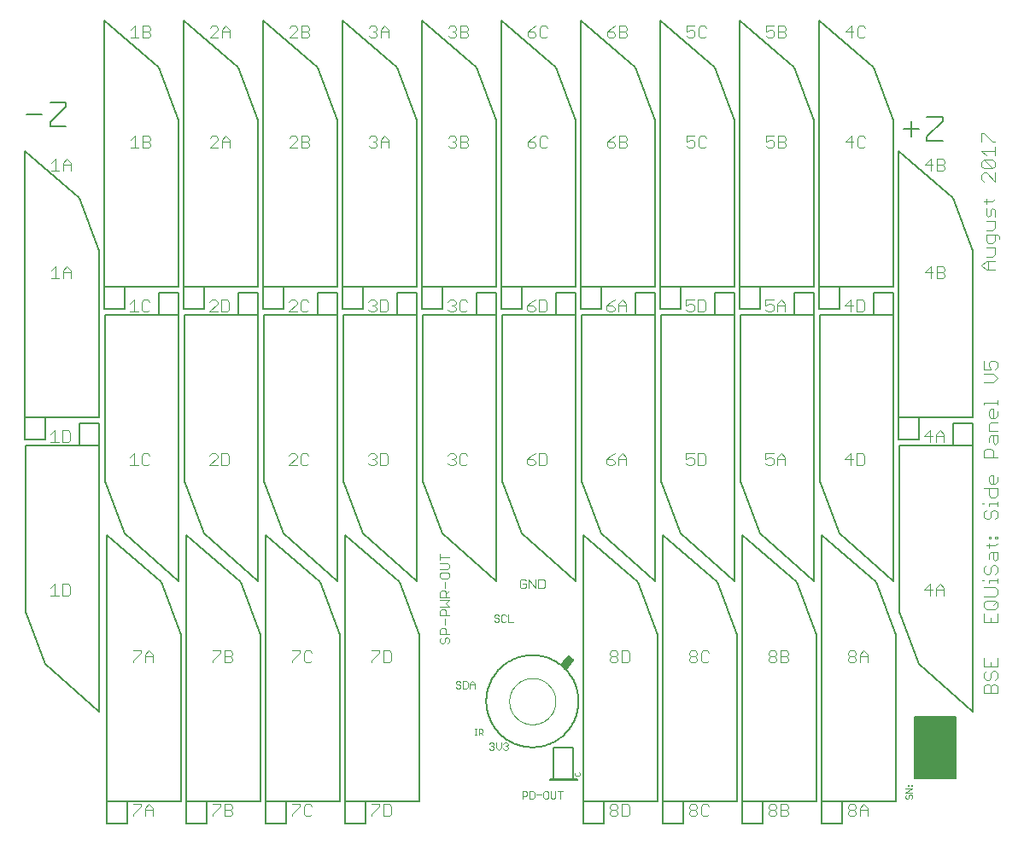
<source format=gto>
G75*
%MOIN*%
%OFA0B0*%
%FSLAX25Y25*%
%IPPOS*%
%LPD*%
%AMOC8*
5,1,8,0,0,1.08239X$1,22.5*
%
%ADD10C,0.00400*%
%ADD11C,0.00600*%
%ADD12C,0.00800*%
%ADD13C,0.00200*%
%ADD14C,0.00500*%
%ADD15C,0.00197*%
%ADD16C,0.00000*%
%ADD17C,0.00300*%
D10*
X0080047Y0052000D02*
X0080047Y0052767D01*
X0083117Y0055837D01*
X0083117Y0056604D01*
X0080047Y0056604D01*
X0084651Y0055069D02*
X0086186Y0056604D01*
X0087720Y0055069D01*
X0087720Y0052000D01*
X0087720Y0054302D02*
X0084651Y0054302D01*
X0084651Y0055069D02*
X0084651Y0052000D01*
X0111047Y0052000D02*
X0111047Y0052767D01*
X0114117Y0055837D01*
X0114117Y0056604D01*
X0111047Y0056604D01*
X0115651Y0056604D02*
X0117953Y0056604D01*
X0118720Y0055837D01*
X0118720Y0055069D01*
X0117953Y0054302D01*
X0115651Y0054302D01*
X0115651Y0052000D02*
X0115651Y0056604D01*
X0117953Y0054302D02*
X0118720Y0053535D01*
X0118720Y0052767D01*
X0117953Y0052000D01*
X0115651Y0052000D01*
X0142047Y0052000D02*
X0142047Y0052767D01*
X0145117Y0055837D01*
X0145117Y0056604D01*
X0142047Y0056604D01*
X0146651Y0055837D02*
X0146651Y0052767D01*
X0147418Y0052000D01*
X0148953Y0052000D01*
X0149720Y0052767D01*
X0149720Y0055837D02*
X0148953Y0056604D01*
X0147418Y0056604D01*
X0146651Y0055837D01*
X0173047Y0056604D02*
X0176117Y0056604D01*
X0176117Y0055837D01*
X0173047Y0052767D01*
X0173047Y0052000D01*
X0177651Y0052000D02*
X0177651Y0056604D01*
X0179953Y0056604D01*
X0180720Y0055837D01*
X0180720Y0052767D01*
X0179953Y0052000D01*
X0177651Y0052000D01*
X0177651Y0112000D02*
X0179953Y0112000D01*
X0180720Y0112767D01*
X0180720Y0115837D01*
X0179953Y0116604D01*
X0177651Y0116604D01*
X0177651Y0112000D01*
X0176117Y0115837D02*
X0173047Y0112767D01*
X0173047Y0112000D01*
X0173047Y0116604D02*
X0176117Y0116604D01*
X0176117Y0115837D01*
X0149720Y0115837D02*
X0148953Y0116604D01*
X0147418Y0116604D01*
X0146651Y0115837D01*
X0146651Y0112767D01*
X0147418Y0112000D01*
X0148953Y0112000D01*
X0149720Y0112767D01*
X0145117Y0115837D02*
X0142047Y0112767D01*
X0142047Y0112000D01*
X0142047Y0116604D02*
X0145117Y0116604D01*
X0145117Y0115837D01*
X0118720Y0115837D02*
X0118720Y0115069D01*
X0117953Y0114302D01*
X0115651Y0114302D01*
X0114117Y0115837D02*
X0111047Y0112767D01*
X0111047Y0112000D01*
X0111047Y0116604D02*
X0114117Y0116604D01*
X0114117Y0115837D01*
X0115651Y0116604D02*
X0117953Y0116604D01*
X0118720Y0115837D01*
X0117953Y0114302D02*
X0118720Y0113535D01*
X0118720Y0112767D01*
X0117953Y0112000D01*
X0115651Y0112000D01*
X0115651Y0116604D01*
X0087720Y0115069D02*
X0087720Y0112000D01*
X0087720Y0114302D02*
X0084651Y0114302D01*
X0084651Y0115069D02*
X0086186Y0116604D01*
X0087720Y0115069D01*
X0084651Y0115069D02*
X0084651Y0112000D01*
X0083117Y0115837D02*
X0080047Y0112767D01*
X0080047Y0112000D01*
X0080047Y0116604D02*
X0083117Y0116604D01*
X0083117Y0115837D01*
X0055513Y0138767D02*
X0055513Y0141837D01*
X0054745Y0142604D01*
X0052443Y0142604D01*
X0052443Y0138000D01*
X0054745Y0138000D01*
X0055513Y0138767D01*
X0050909Y0138000D02*
X0047839Y0138000D01*
X0049374Y0138000D02*
X0049374Y0142604D01*
X0047839Y0141069D01*
X0078839Y0189000D02*
X0081909Y0189000D01*
X0080374Y0189000D02*
X0080374Y0193604D01*
X0078839Y0192069D01*
X0083443Y0192837D02*
X0083443Y0189767D01*
X0084211Y0189000D01*
X0085745Y0189000D01*
X0086513Y0189767D01*
X0086513Y0192837D02*
X0085745Y0193604D01*
X0084211Y0193604D01*
X0083443Y0192837D01*
X0109839Y0192837D02*
X0110607Y0193604D01*
X0112141Y0193604D01*
X0112909Y0192837D01*
X0112909Y0192069D01*
X0109839Y0189000D01*
X0112909Y0189000D01*
X0114443Y0189000D02*
X0116745Y0189000D01*
X0117513Y0189767D01*
X0117513Y0192837D01*
X0116745Y0193604D01*
X0114443Y0193604D01*
X0114443Y0189000D01*
X0140839Y0189000D02*
X0143909Y0192069D01*
X0143909Y0192837D01*
X0143141Y0193604D01*
X0141607Y0193604D01*
X0140839Y0192837D01*
X0140839Y0189000D02*
X0143909Y0189000D01*
X0145443Y0189767D02*
X0145443Y0192837D01*
X0146211Y0193604D01*
X0147745Y0193604D01*
X0148513Y0192837D01*
X0148513Y0189767D02*
X0147745Y0189000D01*
X0146211Y0189000D01*
X0145443Y0189767D01*
X0171839Y0189767D02*
X0172607Y0189000D01*
X0174141Y0189000D01*
X0174909Y0189767D01*
X0174909Y0190535D01*
X0174141Y0191302D01*
X0173374Y0191302D01*
X0174141Y0191302D02*
X0174909Y0192069D01*
X0174909Y0192837D01*
X0174141Y0193604D01*
X0172607Y0193604D01*
X0171839Y0192837D01*
X0176443Y0193604D02*
X0178745Y0193604D01*
X0179513Y0192837D01*
X0179513Y0189767D01*
X0178745Y0189000D01*
X0176443Y0189000D01*
X0176443Y0193604D01*
X0202839Y0192837D02*
X0203607Y0193604D01*
X0205141Y0193604D01*
X0205909Y0192837D01*
X0205909Y0192069D01*
X0205141Y0191302D01*
X0205909Y0190535D01*
X0205909Y0189767D01*
X0205141Y0189000D01*
X0203607Y0189000D01*
X0202839Y0189767D01*
X0204374Y0191302D02*
X0205141Y0191302D01*
X0207443Y0192837D02*
X0207443Y0189767D01*
X0208211Y0189000D01*
X0209745Y0189000D01*
X0210513Y0189767D01*
X0210513Y0192837D02*
X0209745Y0193604D01*
X0208211Y0193604D01*
X0207443Y0192837D01*
X0233839Y0191302D02*
X0236141Y0191302D01*
X0236909Y0190535D01*
X0236909Y0189767D01*
X0236141Y0189000D01*
X0234607Y0189000D01*
X0233839Y0189767D01*
X0233839Y0191302D01*
X0235374Y0192837D01*
X0236909Y0193604D01*
X0238443Y0193604D02*
X0238443Y0189000D01*
X0240745Y0189000D01*
X0241513Y0189767D01*
X0241513Y0192837D01*
X0240745Y0193604D01*
X0238443Y0193604D01*
X0264839Y0191302D02*
X0267141Y0191302D01*
X0267909Y0190535D01*
X0267909Y0189767D01*
X0267141Y0189000D01*
X0265607Y0189000D01*
X0264839Y0189767D01*
X0264839Y0191302D01*
X0266374Y0192837D01*
X0267909Y0193604D01*
X0269443Y0192069D02*
X0270978Y0193604D01*
X0272513Y0192069D01*
X0272513Y0189000D01*
X0272513Y0191302D02*
X0269443Y0191302D01*
X0269443Y0192069D02*
X0269443Y0189000D01*
X0295839Y0189767D02*
X0296607Y0189000D01*
X0298141Y0189000D01*
X0298909Y0189767D01*
X0298909Y0191302D01*
X0298141Y0192069D01*
X0297374Y0192069D01*
X0295839Y0191302D01*
X0295839Y0193604D01*
X0298909Y0193604D01*
X0300443Y0193604D02*
X0300443Y0189000D01*
X0302745Y0189000D01*
X0303513Y0189767D01*
X0303513Y0192837D01*
X0302745Y0193604D01*
X0300443Y0193604D01*
X0326839Y0193604D02*
X0326839Y0191302D01*
X0328374Y0192069D01*
X0329141Y0192069D01*
X0329909Y0191302D01*
X0329909Y0189767D01*
X0329141Y0189000D01*
X0327607Y0189000D01*
X0326839Y0189767D01*
X0326839Y0193604D02*
X0329909Y0193604D01*
X0331443Y0192069D02*
X0332978Y0193604D01*
X0334513Y0192069D01*
X0334513Y0189000D01*
X0334513Y0191302D02*
X0331443Y0191302D01*
X0331443Y0192069D02*
X0331443Y0189000D01*
X0357839Y0191302D02*
X0360909Y0191302D01*
X0360141Y0189000D02*
X0360141Y0193604D01*
X0357839Y0191302D01*
X0362443Y0193604D02*
X0364745Y0193604D01*
X0365513Y0192837D01*
X0365513Y0189767D01*
X0364745Y0189000D01*
X0362443Y0189000D01*
X0362443Y0193604D01*
X0388839Y0200302D02*
X0391909Y0200302D01*
X0393443Y0200302D02*
X0396513Y0200302D01*
X0396513Y0201069D02*
X0396513Y0198000D01*
X0396513Y0201069D02*
X0394978Y0202604D01*
X0393443Y0201069D01*
X0393443Y0198000D01*
X0391141Y0198000D02*
X0391141Y0202604D01*
X0388839Y0200302D01*
X0412199Y0194667D02*
X0412199Y0192065D01*
X0417403Y0192065D01*
X0415668Y0192065D02*
X0415668Y0194667D01*
X0414801Y0195535D01*
X0413066Y0195535D01*
X0412199Y0194667D01*
X0413934Y0198089D02*
X0413934Y0199824D01*
X0414801Y0200691D01*
X0417403Y0200691D01*
X0417403Y0198089D01*
X0416536Y0197222D01*
X0415668Y0198089D01*
X0415668Y0200691D01*
X0413934Y0202378D02*
X0413934Y0204980D01*
X0414801Y0205848D01*
X0417403Y0205848D01*
X0416536Y0207534D02*
X0414801Y0207534D01*
X0413934Y0208402D01*
X0413934Y0210137D01*
X0414801Y0211004D01*
X0415668Y0211004D01*
X0415668Y0207534D01*
X0416536Y0207534D02*
X0417403Y0208402D01*
X0417403Y0210137D01*
X0417403Y0212691D02*
X0417403Y0214426D01*
X0417403Y0213558D02*
X0412199Y0213558D01*
X0412199Y0212691D01*
X0412199Y0221285D02*
X0415668Y0221285D01*
X0417403Y0223020D01*
X0415668Y0224754D01*
X0412199Y0224754D01*
X0412199Y0226441D02*
X0414801Y0226441D01*
X0413934Y0228176D01*
X0413934Y0229043D01*
X0414801Y0229911D01*
X0416536Y0229911D01*
X0417403Y0229043D01*
X0417403Y0227309D01*
X0416536Y0226441D01*
X0412199Y0226441D02*
X0412199Y0229911D01*
X0413934Y0202378D02*
X0417403Y0202378D01*
X0415668Y0185222D02*
X0414801Y0185222D01*
X0413934Y0184355D01*
X0413934Y0182620D01*
X0414801Y0181752D01*
X0416536Y0181752D01*
X0417403Y0182620D01*
X0417403Y0184355D01*
X0415668Y0185222D02*
X0415668Y0181752D01*
X0413934Y0180066D02*
X0413934Y0177463D01*
X0414801Y0176596D01*
X0416536Y0176596D01*
X0417403Y0177463D01*
X0417403Y0180066D01*
X0412199Y0180066D01*
X0412199Y0174026D02*
X0411331Y0174026D01*
X0413934Y0174026D02*
X0417403Y0174026D01*
X0417403Y0174893D02*
X0417403Y0173158D01*
X0416536Y0171472D02*
X0417403Y0170604D01*
X0417403Y0168869D01*
X0416536Y0168002D01*
X0414801Y0168869D02*
X0414801Y0170604D01*
X0415668Y0171472D01*
X0416536Y0171472D01*
X0413934Y0173158D02*
X0413934Y0174026D01*
X0413066Y0171472D02*
X0412199Y0170604D01*
X0412199Y0168869D01*
X0413066Y0168002D01*
X0413934Y0168002D01*
X0414801Y0168869D01*
X0414801Y0161135D02*
X0414801Y0160267D01*
X0413934Y0160267D01*
X0413934Y0161135D01*
X0414801Y0161135D01*
X0416536Y0161135D02*
X0417403Y0161135D01*
X0417403Y0160267D01*
X0416536Y0160267D01*
X0416536Y0161135D01*
X0417403Y0158565D02*
X0416536Y0157697D01*
X0413066Y0157697D01*
X0413934Y0156830D02*
X0413934Y0158565D01*
X0414801Y0155143D02*
X0417403Y0155143D01*
X0417403Y0152541D01*
X0416536Y0151673D01*
X0415668Y0152541D01*
X0415668Y0155143D01*
X0414801Y0155143D02*
X0413934Y0154276D01*
X0413934Y0152541D01*
X0413066Y0149987D02*
X0412199Y0149119D01*
X0412199Y0147384D01*
X0413066Y0146517D01*
X0413934Y0146517D01*
X0414801Y0147384D01*
X0414801Y0149119D01*
X0415668Y0149987D01*
X0416536Y0149987D01*
X0417403Y0149119D01*
X0417403Y0147384D01*
X0416536Y0146517D01*
X0417403Y0144814D02*
X0417403Y0143079D01*
X0417403Y0143947D02*
X0413934Y0143947D01*
X0413934Y0143079D01*
X0412199Y0143947D02*
X0411331Y0143947D01*
X0412199Y0141393D02*
X0416536Y0141393D01*
X0417403Y0140525D01*
X0417403Y0138790D01*
X0416536Y0137923D01*
X0412199Y0137923D01*
X0413066Y0136236D02*
X0416536Y0136236D01*
X0417403Y0135369D01*
X0417403Y0133634D01*
X0416536Y0132767D01*
X0413066Y0132767D01*
X0412199Y0133634D01*
X0412199Y0135369D01*
X0413066Y0136236D01*
X0415668Y0134501D02*
X0417403Y0136236D01*
X0417403Y0131080D02*
X0417403Y0127610D01*
X0412199Y0127610D01*
X0412199Y0131080D01*
X0414801Y0129345D02*
X0414801Y0127610D01*
X0412222Y0113877D02*
X0412222Y0110407D01*
X0417427Y0110407D01*
X0417427Y0113877D01*
X0414825Y0112142D02*
X0414825Y0110407D01*
X0415692Y0108721D02*
X0414825Y0107853D01*
X0414825Y0106118D01*
X0413957Y0105251D01*
X0413090Y0105251D01*
X0412222Y0106118D01*
X0412222Y0107853D01*
X0413090Y0108721D01*
X0415692Y0108721D02*
X0416559Y0108721D01*
X0417427Y0107853D01*
X0417427Y0106118D01*
X0416559Y0105251D01*
X0416559Y0103564D02*
X0417427Y0102697D01*
X0417427Y0100094D01*
X0412222Y0100094D01*
X0412222Y0102697D01*
X0413090Y0103564D01*
X0413957Y0103564D01*
X0414825Y0102697D01*
X0414825Y0100094D01*
X0414825Y0102697D02*
X0415692Y0103564D01*
X0416559Y0103564D01*
X0396513Y0138000D02*
X0396513Y0141069D01*
X0394978Y0142604D01*
X0393443Y0141069D01*
X0393443Y0138000D01*
X0391141Y0138000D02*
X0391141Y0142604D01*
X0388839Y0140302D01*
X0391909Y0140302D01*
X0393443Y0140302D02*
X0396513Y0140302D01*
X0366720Y0115069D02*
X0366720Y0112000D01*
X0366720Y0114302D02*
X0363651Y0114302D01*
X0363651Y0115069D02*
X0365186Y0116604D01*
X0366720Y0115069D01*
X0363651Y0115069D02*
X0363651Y0112000D01*
X0362117Y0112767D02*
X0361349Y0112000D01*
X0359815Y0112000D01*
X0359047Y0112767D01*
X0359047Y0113535D01*
X0359815Y0114302D01*
X0361349Y0114302D01*
X0362117Y0113535D01*
X0362117Y0112767D01*
X0361349Y0114302D02*
X0362117Y0115069D01*
X0362117Y0115837D01*
X0361349Y0116604D01*
X0359815Y0116604D01*
X0359047Y0115837D01*
X0359047Y0115069D01*
X0359815Y0114302D01*
X0335720Y0113535D02*
X0335720Y0112767D01*
X0334953Y0112000D01*
X0332651Y0112000D01*
X0332651Y0116604D01*
X0334953Y0116604D01*
X0335720Y0115837D01*
X0335720Y0115069D01*
X0334953Y0114302D01*
X0332651Y0114302D01*
X0331117Y0115069D02*
X0330349Y0114302D01*
X0328815Y0114302D01*
X0328047Y0115069D01*
X0328047Y0115837D01*
X0328815Y0116604D01*
X0330349Y0116604D01*
X0331117Y0115837D01*
X0331117Y0115069D01*
X0330349Y0114302D02*
X0331117Y0113535D01*
X0331117Y0112767D01*
X0330349Y0112000D01*
X0328815Y0112000D01*
X0328047Y0112767D01*
X0328047Y0113535D01*
X0328815Y0114302D01*
X0334953Y0114302D02*
X0335720Y0113535D01*
X0304720Y0112767D02*
X0303953Y0112000D01*
X0302418Y0112000D01*
X0301651Y0112767D01*
X0301651Y0115837D01*
X0302418Y0116604D01*
X0303953Y0116604D01*
X0304720Y0115837D01*
X0300117Y0115837D02*
X0300117Y0115069D01*
X0299349Y0114302D01*
X0297815Y0114302D01*
X0297047Y0115069D01*
X0297047Y0115837D01*
X0297815Y0116604D01*
X0299349Y0116604D01*
X0300117Y0115837D01*
X0299349Y0114302D02*
X0300117Y0113535D01*
X0300117Y0112767D01*
X0299349Y0112000D01*
X0297815Y0112000D01*
X0297047Y0112767D01*
X0297047Y0113535D01*
X0297815Y0114302D01*
X0273720Y0112767D02*
X0272953Y0112000D01*
X0270651Y0112000D01*
X0270651Y0116604D01*
X0272953Y0116604D01*
X0273720Y0115837D01*
X0273720Y0112767D01*
X0269117Y0112767D02*
X0268349Y0112000D01*
X0266815Y0112000D01*
X0266047Y0112767D01*
X0266047Y0113535D01*
X0266815Y0114302D01*
X0268349Y0114302D01*
X0269117Y0113535D01*
X0269117Y0112767D01*
X0268349Y0114302D02*
X0269117Y0115069D01*
X0269117Y0115837D01*
X0268349Y0116604D01*
X0266815Y0116604D01*
X0266047Y0115837D01*
X0266047Y0115069D01*
X0266815Y0114302D01*
X0266815Y0056604D02*
X0268349Y0056604D01*
X0269117Y0055837D01*
X0269117Y0055069D01*
X0268349Y0054302D01*
X0266815Y0054302D01*
X0266047Y0055069D01*
X0266047Y0055837D01*
X0266815Y0056604D01*
X0266815Y0054302D02*
X0266047Y0053535D01*
X0266047Y0052767D01*
X0266815Y0052000D01*
X0268349Y0052000D01*
X0269117Y0052767D01*
X0269117Y0053535D01*
X0268349Y0054302D01*
X0270651Y0056604D02*
X0270651Y0052000D01*
X0272953Y0052000D01*
X0273720Y0052767D01*
X0273720Y0055837D01*
X0272953Y0056604D01*
X0270651Y0056604D01*
X0297047Y0055837D02*
X0297047Y0055069D01*
X0297815Y0054302D01*
X0299349Y0054302D01*
X0300117Y0053535D01*
X0300117Y0052767D01*
X0299349Y0052000D01*
X0297815Y0052000D01*
X0297047Y0052767D01*
X0297047Y0053535D01*
X0297815Y0054302D01*
X0299349Y0054302D02*
X0300117Y0055069D01*
X0300117Y0055837D01*
X0299349Y0056604D01*
X0297815Y0056604D01*
X0297047Y0055837D01*
X0301651Y0055837D02*
X0302418Y0056604D01*
X0303953Y0056604D01*
X0304720Y0055837D01*
X0301651Y0055837D02*
X0301651Y0052767D01*
X0302418Y0052000D01*
X0303953Y0052000D01*
X0304720Y0052767D01*
X0328047Y0052767D02*
X0328047Y0053535D01*
X0328815Y0054302D01*
X0330349Y0054302D01*
X0331117Y0053535D01*
X0331117Y0052767D01*
X0330349Y0052000D01*
X0328815Y0052000D01*
X0328047Y0052767D01*
X0328815Y0054302D02*
X0328047Y0055069D01*
X0328047Y0055837D01*
X0328815Y0056604D01*
X0330349Y0056604D01*
X0331117Y0055837D01*
X0331117Y0055069D01*
X0330349Y0054302D01*
X0332651Y0054302D02*
X0334953Y0054302D01*
X0335720Y0053535D01*
X0335720Y0052767D01*
X0334953Y0052000D01*
X0332651Y0052000D01*
X0332651Y0056604D01*
X0334953Y0056604D01*
X0335720Y0055837D01*
X0335720Y0055069D01*
X0334953Y0054302D01*
X0359047Y0055069D02*
X0359047Y0055837D01*
X0359815Y0056604D01*
X0361349Y0056604D01*
X0362117Y0055837D01*
X0362117Y0055069D01*
X0361349Y0054302D01*
X0359815Y0054302D01*
X0359047Y0055069D01*
X0359815Y0054302D02*
X0359047Y0053535D01*
X0359047Y0052767D01*
X0359815Y0052000D01*
X0361349Y0052000D01*
X0362117Y0052767D01*
X0362117Y0053535D01*
X0361349Y0054302D01*
X0363651Y0054302D02*
X0366720Y0054302D01*
X0366720Y0055069D02*
X0366720Y0052000D01*
X0363651Y0052000D02*
X0363651Y0055069D01*
X0365186Y0056604D01*
X0366720Y0055069D01*
X0364745Y0249000D02*
X0365513Y0249767D01*
X0365513Y0252837D01*
X0364745Y0253604D01*
X0362443Y0253604D01*
X0362443Y0249000D01*
X0364745Y0249000D01*
X0360909Y0251302D02*
X0357839Y0251302D01*
X0360141Y0253604D01*
X0360141Y0249000D01*
X0334513Y0249000D02*
X0334513Y0252069D01*
X0332978Y0253604D01*
X0331443Y0252069D01*
X0331443Y0249000D01*
X0329909Y0249767D02*
X0329141Y0249000D01*
X0327607Y0249000D01*
X0326839Y0249767D01*
X0326839Y0251302D02*
X0328374Y0252069D01*
X0329141Y0252069D01*
X0329909Y0251302D01*
X0329909Y0249767D01*
X0331443Y0251302D02*
X0334513Y0251302D01*
X0329909Y0253604D02*
X0326839Y0253604D01*
X0326839Y0251302D01*
X0303513Y0252837D02*
X0302745Y0253604D01*
X0300443Y0253604D01*
X0300443Y0249000D01*
X0302745Y0249000D01*
X0303513Y0249767D01*
X0303513Y0252837D01*
X0298909Y0253604D02*
X0295839Y0253604D01*
X0295839Y0251302D01*
X0297374Y0252069D01*
X0298141Y0252069D01*
X0298909Y0251302D01*
X0298909Y0249767D01*
X0298141Y0249000D01*
X0296607Y0249000D01*
X0295839Y0249767D01*
X0272513Y0249000D02*
X0272513Y0252069D01*
X0270978Y0253604D01*
X0269443Y0252069D01*
X0269443Y0249000D01*
X0267909Y0249767D02*
X0267909Y0250535D01*
X0267141Y0251302D01*
X0264839Y0251302D01*
X0264839Y0249767D01*
X0265607Y0249000D01*
X0267141Y0249000D01*
X0267909Y0249767D01*
X0269443Y0251302D02*
X0272513Y0251302D01*
X0267909Y0253604D02*
X0266374Y0252837D01*
X0264839Y0251302D01*
X0241513Y0252837D02*
X0240745Y0253604D01*
X0238443Y0253604D01*
X0238443Y0249000D01*
X0240745Y0249000D01*
X0241513Y0249767D01*
X0241513Y0252837D01*
X0236909Y0253604D02*
X0235374Y0252837D01*
X0233839Y0251302D01*
X0236141Y0251302D01*
X0236909Y0250535D01*
X0236909Y0249767D01*
X0236141Y0249000D01*
X0234607Y0249000D01*
X0233839Y0249767D01*
X0233839Y0251302D01*
X0210513Y0252837D02*
X0209745Y0253604D01*
X0208211Y0253604D01*
X0207443Y0252837D01*
X0207443Y0249767D01*
X0208211Y0249000D01*
X0209745Y0249000D01*
X0210513Y0249767D01*
X0205909Y0249767D02*
X0205141Y0249000D01*
X0203607Y0249000D01*
X0202839Y0249767D01*
X0204374Y0251302D02*
X0205141Y0251302D01*
X0205909Y0250535D01*
X0205909Y0249767D01*
X0205141Y0251302D02*
X0205909Y0252069D01*
X0205909Y0252837D01*
X0205141Y0253604D01*
X0203607Y0253604D01*
X0202839Y0252837D01*
X0179513Y0252837D02*
X0178745Y0253604D01*
X0176443Y0253604D01*
X0176443Y0249000D01*
X0178745Y0249000D01*
X0179513Y0249767D01*
X0179513Y0252837D01*
X0174909Y0252837D02*
X0174141Y0253604D01*
X0172607Y0253604D01*
X0171839Y0252837D01*
X0173374Y0251302D02*
X0174141Y0251302D01*
X0174909Y0250535D01*
X0174909Y0249767D01*
X0174141Y0249000D01*
X0172607Y0249000D01*
X0171839Y0249767D01*
X0174141Y0251302D02*
X0174909Y0252069D01*
X0174909Y0252837D01*
X0148513Y0252837D02*
X0147745Y0253604D01*
X0146211Y0253604D01*
X0145443Y0252837D01*
X0145443Y0249767D01*
X0146211Y0249000D01*
X0147745Y0249000D01*
X0148513Y0249767D01*
X0143909Y0249000D02*
X0140839Y0249000D01*
X0143909Y0252069D01*
X0143909Y0252837D01*
X0143141Y0253604D01*
X0141607Y0253604D01*
X0140839Y0252837D01*
X0117513Y0252837D02*
X0116745Y0253604D01*
X0114443Y0253604D01*
X0114443Y0249000D01*
X0116745Y0249000D01*
X0117513Y0249767D01*
X0117513Y0252837D01*
X0112909Y0252837D02*
X0112141Y0253604D01*
X0110607Y0253604D01*
X0109839Y0252837D01*
X0112909Y0252837D02*
X0112909Y0252069D01*
X0109839Y0249000D01*
X0112909Y0249000D01*
X0086513Y0249767D02*
X0085745Y0249000D01*
X0084211Y0249000D01*
X0083443Y0249767D01*
X0083443Y0252837D01*
X0084211Y0253604D01*
X0085745Y0253604D01*
X0086513Y0252837D01*
X0081909Y0249000D02*
X0078839Y0249000D01*
X0080374Y0249000D02*
X0080374Y0253604D01*
X0078839Y0252069D01*
X0055720Y0262000D02*
X0055720Y0265069D01*
X0054186Y0266604D01*
X0052651Y0265069D01*
X0052651Y0262000D01*
X0051117Y0262000D02*
X0048047Y0262000D01*
X0049582Y0262000D02*
X0049582Y0266604D01*
X0048047Y0265069D01*
X0052651Y0264302D02*
X0055720Y0264302D01*
X0055720Y0304000D02*
X0055720Y0307069D01*
X0054186Y0308604D01*
X0052651Y0307069D01*
X0052651Y0304000D01*
X0051117Y0304000D02*
X0048047Y0304000D01*
X0049582Y0304000D02*
X0049582Y0308604D01*
X0048047Y0307069D01*
X0052651Y0306302D02*
X0055720Y0306302D01*
X0079047Y0313000D02*
X0082117Y0313000D01*
X0083651Y0313000D02*
X0083651Y0317604D01*
X0085953Y0317604D01*
X0086720Y0316837D01*
X0086720Y0316069D01*
X0085953Y0315302D01*
X0083651Y0315302D01*
X0083651Y0313000D02*
X0085953Y0313000D01*
X0086720Y0313767D01*
X0086720Y0314535D01*
X0085953Y0315302D01*
X0080582Y0317604D02*
X0080582Y0313000D01*
X0079047Y0316069D02*
X0080582Y0317604D01*
X0110047Y0316837D02*
X0110815Y0317604D01*
X0112349Y0317604D01*
X0113117Y0316837D01*
X0113117Y0316069D01*
X0110047Y0313000D01*
X0113117Y0313000D01*
X0114651Y0313000D02*
X0114651Y0316069D01*
X0116186Y0317604D01*
X0117720Y0316069D01*
X0117720Y0313000D01*
X0117720Y0315302D02*
X0114651Y0315302D01*
X0141047Y0316837D02*
X0141815Y0317604D01*
X0143349Y0317604D01*
X0144117Y0316837D01*
X0144117Y0316069D01*
X0141047Y0313000D01*
X0144117Y0313000D01*
X0145651Y0313000D02*
X0147953Y0313000D01*
X0148720Y0313767D01*
X0148720Y0314535D01*
X0147953Y0315302D01*
X0145651Y0315302D01*
X0145651Y0317604D02*
X0147953Y0317604D01*
X0148720Y0316837D01*
X0148720Y0316069D01*
X0147953Y0315302D01*
X0145651Y0313000D02*
X0145651Y0317604D01*
X0172047Y0316837D02*
X0172815Y0317604D01*
X0174349Y0317604D01*
X0175117Y0316837D01*
X0175117Y0316069D01*
X0174349Y0315302D01*
X0175117Y0314535D01*
X0175117Y0313767D01*
X0174349Y0313000D01*
X0172815Y0313000D01*
X0172047Y0313767D01*
X0173582Y0315302D02*
X0174349Y0315302D01*
X0176651Y0315302D02*
X0179720Y0315302D01*
X0179720Y0316069D02*
X0179720Y0313000D01*
X0176651Y0313000D02*
X0176651Y0316069D01*
X0178186Y0317604D01*
X0179720Y0316069D01*
X0203047Y0316837D02*
X0203815Y0317604D01*
X0205349Y0317604D01*
X0206117Y0316837D01*
X0206117Y0316069D01*
X0205349Y0315302D01*
X0206117Y0314535D01*
X0206117Y0313767D01*
X0205349Y0313000D01*
X0203815Y0313000D01*
X0203047Y0313767D01*
X0204582Y0315302D02*
X0205349Y0315302D01*
X0207651Y0315302D02*
X0209953Y0315302D01*
X0210720Y0314535D01*
X0210720Y0313767D01*
X0209953Y0313000D01*
X0207651Y0313000D01*
X0207651Y0317604D01*
X0209953Y0317604D01*
X0210720Y0316837D01*
X0210720Y0316069D01*
X0209953Y0315302D01*
X0234047Y0315302D02*
X0234047Y0313767D01*
X0234815Y0313000D01*
X0236349Y0313000D01*
X0237117Y0313767D01*
X0237117Y0314535D01*
X0236349Y0315302D01*
X0234047Y0315302D01*
X0235582Y0316837D01*
X0237117Y0317604D01*
X0238651Y0316837D02*
X0238651Y0313767D01*
X0239418Y0313000D01*
X0240953Y0313000D01*
X0241720Y0313767D01*
X0241720Y0316837D02*
X0240953Y0317604D01*
X0239418Y0317604D01*
X0238651Y0316837D01*
X0265047Y0315302D02*
X0265047Y0313767D01*
X0265815Y0313000D01*
X0267349Y0313000D01*
X0268117Y0313767D01*
X0268117Y0314535D01*
X0267349Y0315302D01*
X0265047Y0315302D01*
X0266582Y0316837D01*
X0268117Y0317604D01*
X0269651Y0317604D02*
X0271953Y0317604D01*
X0272720Y0316837D01*
X0272720Y0316069D01*
X0271953Y0315302D01*
X0269651Y0315302D01*
X0269651Y0313000D02*
X0269651Y0317604D01*
X0271953Y0315302D02*
X0272720Y0314535D01*
X0272720Y0313767D01*
X0271953Y0313000D01*
X0269651Y0313000D01*
X0296047Y0313767D02*
X0296815Y0313000D01*
X0298349Y0313000D01*
X0299117Y0313767D01*
X0299117Y0315302D01*
X0298349Y0316069D01*
X0297582Y0316069D01*
X0296047Y0315302D01*
X0296047Y0317604D01*
X0299117Y0317604D01*
X0300651Y0316837D02*
X0300651Y0313767D01*
X0301418Y0313000D01*
X0302953Y0313000D01*
X0303720Y0313767D01*
X0303720Y0316837D02*
X0302953Y0317604D01*
X0301418Y0317604D01*
X0300651Y0316837D01*
X0327047Y0317604D02*
X0327047Y0315302D01*
X0328582Y0316069D01*
X0329349Y0316069D01*
X0330117Y0315302D01*
X0330117Y0313767D01*
X0329349Y0313000D01*
X0327815Y0313000D01*
X0327047Y0313767D01*
X0327047Y0317604D02*
X0330117Y0317604D01*
X0331651Y0317604D02*
X0333953Y0317604D01*
X0334720Y0316837D01*
X0334720Y0316069D01*
X0333953Y0315302D01*
X0331651Y0315302D01*
X0331651Y0313000D02*
X0331651Y0317604D01*
X0333953Y0315302D02*
X0334720Y0314535D01*
X0334720Y0313767D01*
X0333953Y0313000D01*
X0331651Y0313000D01*
X0358047Y0315302D02*
X0361117Y0315302D01*
X0362651Y0316837D02*
X0362651Y0313767D01*
X0363418Y0313000D01*
X0364953Y0313000D01*
X0365720Y0313767D01*
X0365720Y0316837D02*
X0364953Y0317604D01*
X0363418Y0317604D01*
X0362651Y0316837D01*
X0360349Y0317604D02*
X0358047Y0315302D01*
X0360349Y0313000D02*
X0360349Y0317604D01*
X0389047Y0306302D02*
X0392117Y0306302D01*
X0393651Y0306302D02*
X0395953Y0306302D01*
X0396720Y0305535D01*
X0396720Y0304767D01*
X0395953Y0304000D01*
X0393651Y0304000D01*
X0393651Y0308604D01*
X0395953Y0308604D01*
X0396720Y0307837D01*
X0396720Y0307069D01*
X0395953Y0306302D01*
X0391349Y0304000D02*
X0391349Y0308604D01*
X0389047Y0306302D01*
X0411238Y0305825D02*
X0411238Y0307560D01*
X0412105Y0308427D01*
X0415575Y0304958D01*
X0416443Y0305825D01*
X0416443Y0307560D01*
X0415575Y0308427D01*
X0412105Y0308427D01*
X0412973Y0310114D02*
X0411238Y0311849D01*
X0416443Y0311849D01*
X0416443Y0310114D02*
X0416443Y0313584D01*
X0416443Y0315270D02*
X0415575Y0315270D01*
X0412105Y0318740D01*
X0411238Y0318740D01*
X0411238Y0315270D01*
X0411238Y0305825D02*
X0412105Y0304958D01*
X0415575Y0304958D01*
X0416443Y0303271D02*
X0416443Y0299801D01*
X0412973Y0303271D01*
X0412105Y0303271D01*
X0411238Y0302403D01*
X0411238Y0300669D01*
X0412105Y0299801D01*
X0412973Y0292942D02*
X0412973Y0291207D01*
X0412105Y0292075D02*
X0415575Y0292075D01*
X0416443Y0292942D01*
X0415575Y0289520D02*
X0414708Y0288653D01*
X0414708Y0286918D01*
X0413840Y0286051D01*
X0412973Y0286918D01*
X0412973Y0289520D01*
X0415575Y0289520D02*
X0416443Y0288653D01*
X0416443Y0286051D01*
X0416443Y0284364D02*
X0412973Y0284364D01*
X0416443Y0284364D02*
X0416443Y0281762D01*
X0415575Y0280894D01*
X0412973Y0280894D01*
X0412973Y0279208D02*
X0412973Y0276605D01*
X0413840Y0275738D01*
X0415575Y0275738D01*
X0416443Y0276605D01*
X0416443Y0279208D01*
X0417310Y0279208D02*
X0412973Y0279208D01*
X0417310Y0279208D02*
X0418177Y0278340D01*
X0418177Y0277473D01*
X0416443Y0274051D02*
X0412973Y0274051D01*
X0412973Y0270582D02*
X0415575Y0270582D01*
X0416443Y0271449D01*
X0416443Y0274051D01*
X0416443Y0268895D02*
X0412973Y0268895D01*
X0411238Y0267160D01*
X0412973Y0265425D01*
X0416443Y0265425D01*
X0413840Y0265425D02*
X0413840Y0268895D01*
X0396720Y0265837D02*
X0396720Y0265069D01*
X0395953Y0264302D01*
X0393651Y0264302D01*
X0392117Y0264302D02*
X0389047Y0264302D01*
X0391349Y0266604D01*
X0391349Y0262000D01*
X0393651Y0262000D02*
X0393651Y0266604D01*
X0395953Y0266604D01*
X0396720Y0265837D01*
X0395953Y0264302D02*
X0396720Y0263535D01*
X0396720Y0262767D01*
X0395953Y0262000D01*
X0393651Y0262000D01*
X0364953Y0356000D02*
X0365720Y0356767D01*
X0364953Y0356000D02*
X0363418Y0356000D01*
X0362651Y0356767D01*
X0362651Y0359837D01*
X0363418Y0360604D01*
X0364953Y0360604D01*
X0365720Y0359837D01*
X0361117Y0358302D02*
X0358047Y0358302D01*
X0360349Y0360604D01*
X0360349Y0356000D01*
X0334720Y0356767D02*
X0333953Y0356000D01*
X0331651Y0356000D01*
X0331651Y0360604D01*
X0333953Y0360604D01*
X0334720Y0359837D01*
X0334720Y0359069D01*
X0333953Y0358302D01*
X0331651Y0358302D01*
X0330117Y0358302D02*
X0330117Y0356767D01*
X0329349Y0356000D01*
X0327815Y0356000D01*
X0327047Y0356767D01*
X0327047Y0358302D02*
X0328582Y0359069D01*
X0329349Y0359069D01*
X0330117Y0358302D01*
X0330117Y0360604D02*
X0327047Y0360604D01*
X0327047Y0358302D01*
X0333953Y0358302D02*
X0334720Y0357535D01*
X0334720Y0356767D01*
X0303720Y0356767D02*
X0302953Y0356000D01*
X0301418Y0356000D01*
X0300651Y0356767D01*
X0300651Y0359837D01*
X0301418Y0360604D01*
X0302953Y0360604D01*
X0303720Y0359837D01*
X0299117Y0360604D02*
X0296047Y0360604D01*
X0296047Y0358302D01*
X0297582Y0359069D01*
X0298349Y0359069D01*
X0299117Y0358302D01*
X0299117Y0356767D01*
X0298349Y0356000D01*
X0296815Y0356000D01*
X0296047Y0356767D01*
X0272720Y0356767D02*
X0271953Y0356000D01*
X0269651Y0356000D01*
X0269651Y0360604D01*
X0271953Y0360604D01*
X0272720Y0359837D01*
X0272720Y0359069D01*
X0271953Y0358302D01*
X0269651Y0358302D01*
X0268117Y0357535D02*
X0267349Y0358302D01*
X0265047Y0358302D01*
X0265047Y0356767D01*
X0265815Y0356000D01*
X0267349Y0356000D01*
X0268117Y0356767D01*
X0268117Y0357535D01*
X0266582Y0359837D02*
X0265047Y0358302D01*
X0266582Y0359837D02*
X0268117Y0360604D01*
X0271953Y0358302D02*
X0272720Y0357535D01*
X0272720Y0356767D01*
X0241720Y0356767D02*
X0240953Y0356000D01*
X0239418Y0356000D01*
X0238651Y0356767D01*
X0238651Y0359837D01*
X0239418Y0360604D01*
X0240953Y0360604D01*
X0241720Y0359837D01*
X0237117Y0360604D02*
X0235582Y0359837D01*
X0234047Y0358302D01*
X0236349Y0358302D01*
X0237117Y0357535D01*
X0237117Y0356767D01*
X0236349Y0356000D01*
X0234815Y0356000D01*
X0234047Y0356767D01*
X0234047Y0358302D01*
X0210720Y0357535D02*
X0210720Y0356767D01*
X0209953Y0356000D01*
X0207651Y0356000D01*
X0207651Y0360604D01*
X0209953Y0360604D01*
X0210720Y0359837D01*
X0210720Y0359069D01*
X0209953Y0358302D01*
X0207651Y0358302D01*
X0206117Y0359069D02*
X0205349Y0358302D01*
X0206117Y0357535D01*
X0206117Y0356767D01*
X0205349Y0356000D01*
X0203815Y0356000D01*
X0203047Y0356767D01*
X0204582Y0358302D02*
X0205349Y0358302D01*
X0206117Y0359069D02*
X0206117Y0359837D01*
X0205349Y0360604D01*
X0203815Y0360604D01*
X0203047Y0359837D01*
X0209953Y0358302D02*
X0210720Y0357535D01*
X0179720Y0358302D02*
X0176651Y0358302D01*
X0176651Y0359069D02*
X0178186Y0360604D01*
X0179720Y0359069D01*
X0179720Y0356000D01*
X0176651Y0356000D02*
X0176651Y0359069D01*
X0175117Y0359069D02*
X0174349Y0358302D01*
X0175117Y0357535D01*
X0175117Y0356767D01*
X0174349Y0356000D01*
X0172815Y0356000D01*
X0172047Y0356767D01*
X0173582Y0358302D02*
X0174349Y0358302D01*
X0175117Y0359069D02*
X0175117Y0359837D01*
X0174349Y0360604D01*
X0172815Y0360604D01*
X0172047Y0359837D01*
X0148720Y0359837D02*
X0148720Y0359069D01*
X0147953Y0358302D01*
X0145651Y0358302D01*
X0144117Y0359069D02*
X0144117Y0359837D01*
X0143349Y0360604D01*
X0141815Y0360604D01*
X0141047Y0359837D01*
X0144117Y0359069D02*
X0141047Y0356000D01*
X0144117Y0356000D01*
X0145651Y0356000D02*
X0147953Y0356000D01*
X0148720Y0356767D01*
X0148720Y0357535D01*
X0147953Y0358302D01*
X0148720Y0359837D02*
X0147953Y0360604D01*
X0145651Y0360604D01*
X0145651Y0356000D01*
X0117720Y0356000D02*
X0117720Y0359069D01*
X0116186Y0360604D01*
X0114651Y0359069D01*
X0114651Y0356000D01*
X0113117Y0356000D02*
X0110047Y0356000D01*
X0113117Y0359069D01*
X0113117Y0359837D01*
X0112349Y0360604D01*
X0110815Y0360604D01*
X0110047Y0359837D01*
X0114651Y0358302D02*
X0117720Y0358302D01*
X0086720Y0357535D02*
X0086720Y0356767D01*
X0085953Y0356000D01*
X0083651Y0356000D01*
X0083651Y0360604D01*
X0085953Y0360604D01*
X0086720Y0359837D01*
X0086720Y0359069D01*
X0085953Y0358302D01*
X0083651Y0358302D01*
X0085953Y0358302D02*
X0086720Y0357535D01*
X0082117Y0356000D02*
X0079047Y0356000D01*
X0080582Y0356000D02*
X0080582Y0360604D01*
X0079047Y0359069D01*
X0054745Y0202604D02*
X0052443Y0202604D01*
X0052443Y0198000D01*
X0054745Y0198000D01*
X0055513Y0198767D01*
X0055513Y0201837D01*
X0054745Y0202604D01*
X0049374Y0202604D02*
X0049374Y0198000D01*
X0047839Y0198000D02*
X0050909Y0198000D01*
X0047839Y0201069D02*
X0049374Y0202604D01*
D11*
X0384957Y0090800D02*
X0384957Y0066800D01*
X0400957Y0066800D01*
X0400957Y0090800D01*
X0384957Y0090800D01*
X0384957Y0090279D02*
X0400957Y0090279D01*
X0400957Y0089681D02*
X0384957Y0089681D01*
X0384957Y0089082D02*
X0400957Y0089082D01*
X0400957Y0088484D02*
X0384957Y0088484D01*
X0384957Y0087885D02*
X0400957Y0087885D01*
X0400957Y0087287D02*
X0384957Y0087287D01*
X0384957Y0086688D02*
X0400957Y0086688D01*
X0400957Y0086090D02*
X0384957Y0086090D01*
X0384957Y0085491D02*
X0400957Y0085491D01*
X0400957Y0084893D02*
X0384957Y0084893D01*
X0384957Y0084294D02*
X0400957Y0084294D01*
X0400957Y0083696D02*
X0384957Y0083696D01*
X0384957Y0083097D02*
X0400957Y0083097D01*
X0400957Y0082499D02*
X0384957Y0082499D01*
X0384957Y0081900D02*
X0400957Y0081900D01*
X0400957Y0081302D02*
X0384957Y0081302D01*
X0384957Y0080703D02*
X0400957Y0080703D01*
X0400957Y0080105D02*
X0384957Y0080105D01*
X0384957Y0079506D02*
X0400957Y0079506D01*
X0400957Y0078908D02*
X0384957Y0078908D01*
X0384957Y0078309D02*
X0400957Y0078309D01*
X0400957Y0077711D02*
X0384957Y0077711D01*
X0384957Y0077112D02*
X0400957Y0077112D01*
X0400957Y0076514D02*
X0384957Y0076514D01*
X0384957Y0075915D02*
X0400957Y0075915D01*
X0400957Y0075317D02*
X0384957Y0075317D01*
X0384957Y0074718D02*
X0400957Y0074718D01*
X0400957Y0074120D02*
X0384957Y0074120D01*
X0384957Y0073521D02*
X0400957Y0073521D01*
X0400957Y0072923D02*
X0384957Y0072923D01*
X0384957Y0072324D02*
X0400957Y0072324D01*
X0400957Y0071726D02*
X0384957Y0071726D01*
X0384957Y0071127D02*
X0400957Y0071127D01*
X0400957Y0070529D02*
X0384957Y0070529D01*
X0384957Y0069930D02*
X0400957Y0069930D01*
X0400957Y0069332D02*
X0384957Y0069332D01*
X0384957Y0068733D02*
X0400957Y0068733D01*
X0400957Y0068134D02*
X0384957Y0068134D01*
X0384957Y0067536D02*
X0400957Y0067536D01*
X0400957Y0066937D02*
X0384957Y0066937D01*
D12*
X0389833Y0315822D02*
X0395972Y0315822D01*
X0389833Y0315822D02*
X0389833Y0317357D01*
X0395972Y0323495D01*
X0395972Y0325030D01*
X0389833Y0325030D01*
X0386764Y0320426D02*
X0380625Y0320426D01*
X0383694Y0323495D02*
X0383694Y0317357D01*
X0053737Y0321570D02*
X0047598Y0321570D01*
X0047598Y0323105D01*
X0053737Y0329243D01*
X0053737Y0330778D01*
X0047598Y0330778D01*
X0044529Y0326174D02*
X0038391Y0326174D01*
D13*
X0221462Y0130671D02*
X0220994Y0130204D01*
X0220994Y0129737D01*
X0221462Y0129270D01*
X0222396Y0129270D01*
X0222863Y0128803D01*
X0222863Y0128336D01*
X0222396Y0127869D01*
X0221462Y0127869D01*
X0220994Y0128336D01*
X0221462Y0130671D02*
X0222396Y0130671D01*
X0222863Y0130204D01*
X0223757Y0130204D02*
X0223757Y0128336D01*
X0224224Y0127869D01*
X0225158Y0127869D01*
X0225625Y0128336D01*
X0226519Y0127869D02*
X0228387Y0127869D01*
X0226519Y0127869D02*
X0226519Y0130671D01*
X0225625Y0130204D02*
X0225158Y0130671D01*
X0224224Y0130671D01*
X0223757Y0130204D01*
X0212406Y0104702D02*
X0213340Y0103768D01*
X0213340Y0101900D01*
X0213340Y0103301D02*
X0211472Y0103301D01*
X0211472Y0103768D02*
X0212406Y0104702D01*
X0211472Y0103768D02*
X0211472Y0101900D01*
X0210578Y0102367D02*
X0210578Y0104235D01*
X0210111Y0104702D01*
X0208710Y0104702D01*
X0208710Y0101900D01*
X0210111Y0101900D01*
X0210578Y0102367D01*
X0207816Y0102367D02*
X0207348Y0101900D01*
X0206414Y0101900D01*
X0205947Y0102367D01*
X0206414Y0103301D02*
X0207348Y0103301D01*
X0207816Y0102834D01*
X0207816Y0102367D01*
X0206414Y0103301D02*
X0205947Y0103768D01*
X0205947Y0104235D01*
X0206414Y0104702D01*
X0207348Y0104702D01*
X0207816Y0104235D01*
X0213492Y0085948D02*
X0214226Y0085948D01*
X0213859Y0085948D02*
X0213859Y0083746D01*
X0213492Y0083746D02*
X0214226Y0083746D01*
X0214966Y0083746D02*
X0214966Y0085948D01*
X0216067Y0085948D01*
X0216434Y0085581D01*
X0216434Y0084847D01*
X0216067Y0084480D01*
X0214966Y0084480D01*
X0215700Y0084480D02*
X0216434Y0083746D01*
X0219414Y0080702D02*
X0220348Y0080702D01*
X0220816Y0080235D01*
X0220816Y0079768D01*
X0220348Y0079301D01*
X0220816Y0078834D01*
X0220816Y0078367D01*
X0220348Y0077900D01*
X0219414Y0077900D01*
X0218947Y0078367D01*
X0219881Y0079301D02*
X0220348Y0079301D01*
X0221710Y0078834D02*
X0221710Y0080702D01*
X0223578Y0080702D02*
X0223578Y0078834D01*
X0222644Y0077900D01*
X0221710Y0078834D01*
X0224472Y0078367D02*
X0224939Y0077900D01*
X0225873Y0077900D01*
X0226340Y0078367D01*
X0226340Y0078834D01*
X0225873Y0079301D01*
X0225406Y0079301D01*
X0225873Y0079301D02*
X0226340Y0079768D01*
X0226340Y0080235D01*
X0225873Y0080702D01*
X0224939Y0080702D01*
X0224472Y0080235D01*
X0219414Y0080702D02*
X0218947Y0080235D01*
X0231947Y0061702D02*
X0233348Y0061702D01*
X0233816Y0061235D01*
X0233816Y0060301D01*
X0233348Y0059834D01*
X0231947Y0059834D01*
X0231947Y0058900D02*
X0231947Y0061702D01*
X0234710Y0061702D02*
X0234710Y0058900D01*
X0236111Y0058900D01*
X0236578Y0059367D01*
X0236578Y0061235D01*
X0236111Y0061702D01*
X0234710Y0061702D01*
X0237472Y0060301D02*
X0239340Y0060301D01*
X0240234Y0059367D02*
X0240701Y0058900D01*
X0241635Y0058900D01*
X0242103Y0059367D01*
X0242103Y0061235D01*
X0241635Y0061702D01*
X0240701Y0061702D01*
X0240234Y0061235D01*
X0240234Y0059367D01*
X0242997Y0059367D02*
X0243464Y0058900D01*
X0244398Y0058900D01*
X0244865Y0059367D01*
X0244865Y0061702D01*
X0245759Y0061702D02*
X0247627Y0061702D01*
X0246693Y0061702D02*
X0246693Y0058900D01*
X0242997Y0059367D02*
X0242997Y0061702D01*
X0381504Y0061170D02*
X0384062Y0062875D01*
X0381504Y0062875D01*
X0382357Y0063707D02*
X0382783Y0063707D01*
X0382783Y0064134D01*
X0382357Y0064134D01*
X0382357Y0063707D01*
X0383636Y0063707D02*
X0384062Y0063707D01*
X0384062Y0064134D01*
X0383636Y0064134D01*
X0383636Y0063707D01*
X0384062Y0061170D02*
X0381504Y0061170D01*
X0381930Y0060338D02*
X0381504Y0059911D01*
X0381504Y0059059D01*
X0381930Y0058632D01*
X0382357Y0058632D01*
X0382783Y0059059D01*
X0382783Y0059911D01*
X0383210Y0060338D01*
X0383636Y0060338D01*
X0384062Y0059911D01*
X0384062Y0059059D01*
X0383636Y0058632D01*
D14*
X0069847Y0057863D02*
X0069847Y0049202D01*
X0077721Y0049202D01*
X0077721Y0057863D01*
X0069847Y0057902D02*
X0098627Y0057902D01*
X0098627Y0122784D01*
X0091028Y0143296D01*
X0069847Y0161800D01*
X0069847Y0057942D01*
X0100847Y0057942D02*
X0100847Y0161800D01*
X0122028Y0143296D01*
X0129627Y0122784D01*
X0129627Y0057902D01*
X0100847Y0057902D01*
X0100847Y0057863D02*
X0100847Y0049202D01*
X0108721Y0049202D01*
X0108721Y0057863D01*
X0131847Y0057863D02*
X0131847Y0049202D01*
X0139721Y0049202D01*
X0139721Y0057863D01*
X0131847Y0057902D02*
X0160627Y0057902D01*
X0160627Y0122784D01*
X0153028Y0143296D01*
X0131847Y0161800D01*
X0131847Y0057942D01*
X0162847Y0057942D02*
X0162847Y0161800D01*
X0184028Y0143296D01*
X0191627Y0122784D01*
X0191627Y0057902D01*
X0162847Y0057902D01*
X0162847Y0057863D02*
X0162847Y0049202D01*
X0170721Y0049202D01*
X0170721Y0057863D01*
X0217881Y0096871D02*
X0217886Y0097312D01*
X0217903Y0097753D01*
X0217930Y0098193D01*
X0217968Y0098633D01*
X0218016Y0099071D01*
X0218076Y0099509D01*
X0218146Y0099944D01*
X0218226Y0100378D01*
X0218318Y0100810D01*
X0218420Y0101239D01*
X0218532Y0101665D01*
X0218655Y0102089D01*
X0218788Y0102510D01*
X0218932Y0102927D01*
X0219086Y0103340D01*
X0219249Y0103750D01*
X0219423Y0104156D01*
X0219607Y0104557D01*
X0219800Y0104953D01*
X0220004Y0105345D01*
X0220216Y0105731D01*
X0220438Y0106113D01*
X0220670Y0106488D01*
X0220911Y0106858D01*
X0221160Y0107222D01*
X0221419Y0107579D01*
X0221686Y0107930D01*
X0221961Y0108275D01*
X0222245Y0108612D01*
X0222538Y0108943D01*
X0222838Y0109266D01*
X0223146Y0109582D01*
X0223462Y0109890D01*
X0223785Y0110190D01*
X0224116Y0110483D01*
X0224453Y0110767D01*
X0224798Y0111042D01*
X0225149Y0111309D01*
X0225506Y0111568D01*
X0225870Y0111817D01*
X0226240Y0112058D01*
X0226615Y0112290D01*
X0226997Y0112512D01*
X0227383Y0112724D01*
X0227775Y0112928D01*
X0228171Y0113121D01*
X0228572Y0113305D01*
X0228978Y0113479D01*
X0229388Y0113642D01*
X0229801Y0113796D01*
X0230218Y0113940D01*
X0230639Y0114073D01*
X0231063Y0114196D01*
X0231489Y0114308D01*
X0231918Y0114410D01*
X0232350Y0114502D01*
X0232784Y0114582D01*
X0233219Y0114652D01*
X0233657Y0114712D01*
X0234095Y0114760D01*
X0234535Y0114798D01*
X0234975Y0114825D01*
X0235416Y0114842D01*
X0235857Y0114847D01*
X0236298Y0114842D01*
X0236739Y0114825D01*
X0237179Y0114798D01*
X0237619Y0114760D01*
X0238057Y0114712D01*
X0238495Y0114652D01*
X0238930Y0114582D01*
X0239364Y0114502D01*
X0239796Y0114410D01*
X0240225Y0114308D01*
X0240651Y0114196D01*
X0241075Y0114073D01*
X0241496Y0113940D01*
X0241913Y0113796D01*
X0242326Y0113642D01*
X0242736Y0113479D01*
X0243142Y0113305D01*
X0243543Y0113121D01*
X0243939Y0112928D01*
X0244331Y0112724D01*
X0244717Y0112512D01*
X0245099Y0112290D01*
X0245474Y0112058D01*
X0245844Y0111817D01*
X0246208Y0111568D01*
X0246565Y0111309D01*
X0246916Y0111042D01*
X0247261Y0110767D01*
X0247598Y0110483D01*
X0247929Y0110190D01*
X0248252Y0109890D01*
X0248568Y0109582D01*
X0248876Y0109266D01*
X0249176Y0108943D01*
X0249469Y0108612D01*
X0249753Y0108275D01*
X0250028Y0107930D01*
X0250295Y0107579D01*
X0250554Y0107222D01*
X0250803Y0106858D01*
X0251044Y0106488D01*
X0251276Y0106113D01*
X0251498Y0105731D01*
X0251710Y0105345D01*
X0251914Y0104953D01*
X0252107Y0104557D01*
X0252291Y0104156D01*
X0252465Y0103750D01*
X0252628Y0103340D01*
X0252782Y0102927D01*
X0252926Y0102510D01*
X0253059Y0102089D01*
X0253182Y0101665D01*
X0253294Y0101239D01*
X0253396Y0100810D01*
X0253488Y0100378D01*
X0253568Y0099944D01*
X0253638Y0099509D01*
X0253698Y0099071D01*
X0253746Y0098633D01*
X0253784Y0098193D01*
X0253811Y0097753D01*
X0253828Y0097312D01*
X0253833Y0096871D01*
X0253828Y0096430D01*
X0253811Y0095989D01*
X0253784Y0095549D01*
X0253746Y0095109D01*
X0253698Y0094671D01*
X0253638Y0094233D01*
X0253568Y0093798D01*
X0253488Y0093364D01*
X0253396Y0092932D01*
X0253294Y0092503D01*
X0253182Y0092077D01*
X0253059Y0091653D01*
X0252926Y0091232D01*
X0252782Y0090815D01*
X0252628Y0090402D01*
X0252465Y0089992D01*
X0252291Y0089586D01*
X0252107Y0089185D01*
X0251914Y0088789D01*
X0251710Y0088397D01*
X0251498Y0088011D01*
X0251276Y0087629D01*
X0251044Y0087254D01*
X0250803Y0086884D01*
X0250554Y0086520D01*
X0250295Y0086163D01*
X0250028Y0085812D01*
X0249753Y0085467D01*
X0249469Y0085130D01*
X0249176Y0084799D01*
X0248876Y0084476D01*
X0248568Y0084160D01*
X0248252Y0083852D01*
X0247929Y0083552D01*
X0247598Y0083259D01*
X0247261Y0082975D01*
X0246916Y0082700D01*
X0246565Y0082433D01*
X0246208Y0082174D01*
X0245844Y0081925D01*
X0245474Y0081684D01*
X0245099Y0081452D01*
X0244717Y0081230D01*
X0244331Y0081018D01*
X0243939Y0080814D01*
X0243543Y0080621D01*
X0243142Y0080437D01*
X0242736Y0080263D01*
X0242326Y0080100D01*
X0241913Y0079946D01*
X0241496Y0079802D01*
X0241075Y0079669D01*
X0240651Y0079546D01*
X0240225Y0079434D01*
X0239796Y0079332D01*
X0239364Y0079240D01*
X0238930Y0079160D01*
X0238495Y0079090D01*
X0238057Y0079030D01*
X0237619Y0078982D01*
X0237179Y0078944D01*
X0236739Y0078917D01*
X0236298Y0078900D01*
X0235857Y0078895D01*
X0235416Y0078900D01*
X0234975Y0078917D01*
X0234535Y0078944D01*
X0234095Y0078982D01*
X0233657Y0079030D01*
X0233219Y0079090D01*
X0232784Y0079160D01*
X0232350Y0079240D01*
X0231918Y0079332D01*
X0231489Y0079434D01*
X0231063Y0079546D01*
X0230639Y0079669D01*
X0230218Y0079802D01*
X0229801Y0079946D01*
X0229388Y0080100D01*
X0228978Y0080263D01*
X0228572Y0080437D01*
X0228171Y0080621D01*
X0227775Y0080814D01*
X0227383Y0081018D01*
X0226997Y0081230D01*
X0226615Y0081452D01*
X0226240Y0081684D01*
X0225870Y0081925D01*
X0225506Y0082174D01*
X0225149Y0082433D01*
X0224798Y0082700D01*
X0224453Y0082975D01*
X0224116Y0083259D01*
X0223785Y0083552D01*
X0223462Y0083852D01*
X0223146Y0084160D01*
X0222838Y0084476D01*
X0222538Y0084799D01*
X0222245Y0085130D01*
X0221961Y0085467D01*
X0221686Y0085812D01*
X0221419Y0086163D01*
X0221160Y0086520D01*
X0220911Y0086884D01*
X0220670Y0087254D01*
X0220438Y0087629D01*
X0220216Y0088011D01*
X0220004Y0088397D01*
X0219800Y0088789D01*
X0219607Y0089185D01*
X0219423Y0089586D01*
X0219249Y0089992D01*
X0219086Y0090402D01*
X0218932Y0090815D01*
X0218788Y0091232D01*
X0218655Y0091653D01*
X0218532Y0092077D01*
X0218420Y0092503D01*
X0218318Y0092932D01*
X0218226Y0093364D01*
X0218146Y0093798D01*
X0218076Y0094233D01*
X0218016Y0094671D01*
X0217968Y0095109D01*
X0217930Y0095549D01*
X0217903Y0095989D01*
X0217886Y0096430D01*
X0217881Y0096871D01*
X0243989Y0078792D02*
X0251863Y0078792D01*
X0251863Y0066587D01*
X0243989Y0066587D01*
X0243989Y0078792D01*
X0243989Y0066587D02*
X0243989Y0066194D01*
X0251863Y0066194D01*
X0252650Y0066194D01*
X0252650Y0066587D01*
X0243202Y0066587D01*
X0243202Y0066194D01*
X0242808Y0066194D01*
X0242808Y0066587D01*
X0253438Y0066587D01*
X0253438Y0066194D01*
X0243202Y0066194D01*
X0251863Y0066194D02*
X0251863Y0066587D01*
X0255847Y0057942D02*
X0255847Y0161800D01*
X0277028Y0143296D01*
X0284627Y0122784D01*
X0284627Y0057902D01*
X0255847Y0057902D01*
X0255847Y0057863D02*
X0255847Y0049202D01*
X0263721Y0049202D01*
X0263721Y0057863D01*
X0286847Y0057863D02*
X0286847Y0049202D01*
X0294721Y0049202D01*
X0294721Y0057863D01*
X0286847Y0057902D02*
X0315627Y0057902D01*
X0315627Y0122784D01*
X0308028Y0143296D01*
X0286847Y0161800D01*
X0286847Y0057942D01*
X0317847Y0057942D02*
X0317847Y0161800D01*
X0339028Y0143296D01*
X0346627Y0122784D01*
X0346627Y0057902D01*
X0317847Y0057902D01*
X0317847Y0057863D02*
X0317847Y0049202D01*
X0325721Y0049202D01*
X0325721Y0057863D01*
X0348847Y0057863D02*
X0348847Y0049202D01*
X0356721Y0049202D01*
X0356721Y0057863D01*
X0348847Y0057902D02*
X0377627Y0057902D01*
X0377627Y0122784D01*
X0370028Y0143296D01*
X0348847Y0161800D01*
X0348847Y0057942D01*
X0386666Y0111304D02*
X0407847Y0092800D01*
X0407847Y0196658D01*
X0407847Y0196698D02*
X0379068Y0196698D01*
X0379068Y0131816D01*
X0386666Y0111304D01*
X0376847Y0143800D02*
X0355666Y0162304D01*
X0348068Y0182816D01*
X0348068Y0247698D01*
X0376847Y0247698D01*
X0376847Y0247737D02*
X0376847Y0256398D01*
X0368973Y0256398D01*
X0368973Y0247737D01*
X0376847Y0247658D02*
X0376847Y0143800D01*
X0345847Y0143800D02*
X0324666Y0162304D01*
X0317068Y0182816D01*
X0317068Y0247698D01*
X0345847Y0247698D01*
X0345847Y0247737D02*
X0345847Y0256398D01*
X0337973Y0256398D01*
X0337973Y0247737D01*
X0345847Y0247658D02*
X0345847Y0143800D01*
X0314847Y0143800D02*
X0293666Y0162304D01*
X0286068Y0182816D01*
X0286068Y0247698D01*
X0314847Y0247698D01*
X0314847Y0247737D02*
X0314847Y0256398D01*
X0306973Y0256398D01*
X0306973Y0247737D01*
X0314847Y0247658D02*
X0314847Y0143800D01*
X0283847Y0143800D02*
X0262666Y0162304D01*
X0255068Y0182816D01*
X0255068Y0247698D01*
X0283847Y0247698D01*
X0283847Y0247737D02*
X0283847Y0256398D01*
X0275973Y0256398D01*
X0275973Y0247737D01*
X0283847Y0247658D02*
X0283847Y0143800D01*
X0252847Y0143800D02*
X0231666Y0162304D01*
X0224068Y0182816D01*
X0224068Y0247698D01*
X0252847Y0247698D01*
X0252847Y0247737D02*
X0252847Y0256398D01*
X0244973Y0256398D01*
X0244973Y0247737D01*
X0252847Y0247658D02*
X0252847Y0143800D01*
X0221847Y0143800D02*
X0200666Y0162304D01*
X0193068Y0182816D01*
X0193068Y0247698D01*
X0221847Y0247698D01*
X0221847Y0247737D02*
X0221847Y0256398D01*
X0213973Y0256398D01*
X0213973Y0247737D01*
X0221847Y0247658D02*
X0221847Y0143800D01*
X0190847Y0143800D02*
X0169666Y0162304D01*
X0162068Y0182816D01*
X0162068Y0247698D01*
X0190847Y0247698D01*
X0190847Y0247737D02*
X0190847Y0256398D01*
X0182973Y0256398D01*
X0182973Y0247737D01*
X0190847Y0247658D02*
X0190847Y0143800D01*
X0159847Y0143800D02*
X0138666Y0162304D01*
X0131068Y0182816D01*
X0131068Y0247698D01*
X0159847Y0247698D01*
X0159847Y0247737D02*
X0159847Y0256398D01*
X0151973Y0256398D01*
X0151973Y0247737D01*
X0159847Y0247658D02*
X0159847Y0143800D01*
X0128847Y0143800D02*
X0107666Y0162304D01*
X0100068Y0182816D01*
X0100068Y0247698D01*
X0128847Y0247698D01*
X0128847Y0247737D02*
X0128847Y0256398D01*
X0120973Y0256398D01*
X0120973Y0247737D01*
X0128847Y0247658D02*
X0128847Y0143800D01*
X0097847Y0143800D02*
X0076666Y0162304D01*
X0069068Y0182816D01*
X0069068Y0247698D01*
X0097847Y0247698D01*
X0097847Y0247737D02*
X0097847Y0256398D01*
X0089973Y0256398D01*
X0089973Y0247737D01*
X0097847Y0247658D02*
X0097847Y0143800D01*
X0066847Y0092800D02*
X0045666Y0111304D01*
X0038068Y0131816D01*
X0038068Y0196698D01*
X0066847Y0196698D01*
X0066847Y0196737D02*
X0066847Y0205398D01*
X0058973Y0205398D01*
X0058973Y0196737D01*
X0066847Y0196658D02*
X0066847Y0092800D01*
X0045721Y0199202D02*
X0037847Y0199202D01*
X0037847Y0207863D01*
X0037847Y0207902D02*
X0066627Y0207902D01*
X0066627Y0272784D01*
X0059028Y0293296D01*
X0037847Y0311800D01*
X0037847Y0207942D01*
X0045721Y0207863D02*
X0045721Y0199202D01*
X0068847Y0250202D02*
X0068847Y0258863D01*
X0068847Y0258902D02*
X0097627Y0258902D01*
X0097627Y0323784D01*
X0090028Y0344296D01*
X0068847Y0362800D01*
X0068847Y0258942D01*
X0076721Y0258863D02*
X0076721Y0250202D01*
X0068847Y0250202D01*
X0099847Y0250202D02*
X0099847Y0258863D01*
X0099847Y0258902D02*
X0128627Y0258902D01*
X0128627Y0323784D01*
X0121028Y0344296D01*
X0099847Y0362800D01*
X0099847Y0258942D01*
X0107721Y0258863D02*
X0107721Y0250202D01*
X0099847Y0250202D01*
X0130847Y0250202D02*
X0130847Y0258863D01*
X0130847Y0258902D02*
X0159627Y0258902D01*
X0159627Y0323784D01*
X0152028Y0344296D01*
X0130847Y0362800D01*
X0130847Y0258942D01*
X0138721Y0258863D02*
X0138721Y0250202D01*
X0130847Y0250202D01*
X0161847Y0250202D02*
X0161847Y0258863D01*
X0161847Y0258902D02*
X0190627Y0258902D01*
X0190627Y0323784D01*
X0183028Y0344296D01*
X0161847Y0362800D01*
X0161847Y0258942D01*
X0169721Y0258863D02*
X0169721Y0250202D01*
X0161847Y0250202D01*
X0192847Y0250202D02*
X0192847Y0258863D01*
X0192847Y0258902D02*
X0221627Y0258902D01*
X0221627Y0323784D01*
X0214028Y0344296D01*
X0192847Y0362800D01*
X0192847Y0258942D01*
X0200721Y0258863D02*
X0200721Y0250202D01*
X0192847Y0250202D01*
X0223847Y0250202D02*
X0223847Y0258863D01*
X0223847Y0258902D02*
X0252627Y0258902D01*
X0252627Y0323784D01*
X0245028Y0344296D01*
X0223847Y0362800D01*
X0223847Y0258942D01*
X0231721Y0258863D02*
X0231721Y0250202D01*
X0223847Y0250202D01*
X0254847Y0250202D02*
X0254847Y0258863D01*
X0254847Y0258902D02*
X0283627Y0258902D01*
X0283627Y0323784D01*
X0276028Y0344296D01*
X0254847Y0362800D01*
X0254847Y0258942D01*
X0262721Y0258863D02*
X0262721Y0250202D01*
X0254847Y0250202D01*
X0285847Y0250202D02*
X0285847Y0258863D01*
X0285847Y0258902D02*
X0314627Y0258902D01*
X0314627Y0323784D01*
X0307028Y0344296D01*
X0285847Y0362800D01*
X0285847Y0258942D01*
X0293721Y0258863D02*
X0293721Y0250202D01*
X0285847Y0250202D01*
X0316847Y0250202D02*
X0316847Y0258863D01*
X0316847Y0258902D02*
X0345627Y0258902D01*
X0345627Y0323784D01*
X0338028Y0344296D01*
X0316847Y0362800D01*
X0316847Y0258942D01*
X0324721Y0258863D02*
X0324721Y0250202D01*
X0316847Y0250202D01*
X0347847Y0250202D02*
X0347847Y0258863D01*
X0347847Y0258902D02*
X0376627Y0258902D01*
X0376627Y0323784D01*
X0369028Y0344296D01*
X0347847Y0362800D01*
X0347847Y0258942D01*
X0355721Y0258863D02*
X0355721Y0250202D01*
X0347847Y0250202D01*
X0378847Y0207942D02*
X0378847Y0311800D01*
X0400028Y0293296D01*
X0407627Y0272784D01*
X0407627Y0207902D01*
X0378847Y0207902D01*
X0378847Y0207863D02*
X0378847Y0199202D01*
X0386721Y0199202D01*
X0386721Y0207863D01*
X0399973Y0205398D02*
X0399973Y0196737D01*
X0407847Y0196737D02*
X0407847Y0205398D01*
X0399973Y0205398D01*
D15*
X0251904Y0113060D02*
X0248924Y0109591D01*
X0247668Y0110650D01*
X0246857Y0111406D01*
X0249837Y0114875D01*
X0251904Y0113060D01*
X0251850Y0113107D02*
X0248318Y0113107D01*
X0248150Y0112912D02*
X0251777Y0112912D01*
X0251609Y0112716D02*
X0247982Y0112716D01*
X0247814Y0112521D02*
X0251441Y0112521D01*
X0251273Y0112326D02*
X0247647Y0112326D01*
X0247479Y0112130D02*
X0251105Y0112130D01*
X0250937Y0111935D02*
X0247311Y0111935D01*
X0247143Y0111739D02*
X0250769Y0111739D01*
X0250602Y0111544D02*
X0246975Y0111544D01*
X0246881Y0111544D02*
X0246881Y0111544D01*
X0246857Y0111572D02*
X0247668Y0110650D01*
X0246857Y0111572D01*
X0246918Y0111349D02*
X0247053Y0111349D01*
X0250434Y0111349D01*
X0250266Y0111153D02*
X0247225Y0111153D01*
X0247128Y0111153D01*
X0247338Y0110958D02*
X0247397Y0110958D01*
X0250098Y0110958D01*
X0249930Y0110763D02*
X0247569Y0110763D01*
X0247547Y0110763D01*
X0247766Y0110567D02*
X0249762Y0110567D01*
X0249594Y0110372D02*
X0247998Y0110372D01*
X0248230Y0110177D02*
X0249427Y0110177D01*
X0249259Y0109981D02*
X0248461Y0109981D01*
X0248693Y0109786D02*
X0249091Y0109786D01*
X0248486Y0113302D02*
X0251628Y0113302D01*
X0251405Y0113498D02*
X0248654Y0113498D01*
X0248822Y0113693D02*
X0251183Y0113693D01*
X0250960Y0113888D02*
X0248989Y0113888D01*
X0249157Y0114084D02*
X0250738Y0114084D01*
X0250515Y0114279D02*
X0249325Y0114279D01*
X0249493Y0114475D02*
X0250293Y0114475D01*
X0250070Y0114670D02*
X0249661Y0114670D01*
X0249829Y0114865D02*
X0249848Y0114865D01*
X0226841Y0096871D02*
X0226844Y0097092D01*
X0226852Y0097313D01*
X0226865Y0097534D01*
X0226884Y0097755D01*
X0226909Y0097975D01*
X0226939Y0098194D01*
X0226974Y0098412D01*
X0227014Y0098630D01*
X0227060Y0098846D01*
X0227111Y0099062D01*
X0227168Y0099276D01*
X0227229Y0099488D01*
X0227296Y0099699D01*
X0227368Y0099908D01*
X0227445Y0100116D01*
X0227527Y0100321D01*
X0227614Y0100525D01*
X0227707Y0100726D01*
X0227804Y0100925D01*
X0227906Y0101121D01*
X0228012Y0101315D01*
X0228124Y0101506D01*
X0228240Y0101695D01*
X0228360Y0101880D01*
X0228486Y0102062D01*
X0228615Y0102242D01*
X0228749Y0102418D01*
X0228888Y0102591D01*
X0229030Y0102760D01*
X0229177Y0102926D01*
X0229327Y0103088D01*
X0229482Y0103246D01*
X0229640Y0103401D01*
X0229802Y0103551D01*
X0229968Y0103698D01*
X0230137Y0103840D01*
X0230310Y0103979D01*
X0230486Y0104113D01*
X0230666Y0104242D01*
X0230848Y0104368D01*
X0231033Y0104488D01*
X0231222Y0104604D01*
X0231413Y0104716D01*
X0231607Y0104822D01*
X0231803Y0104924D01*
X0232002Y0105021D01*
X0232203Y0105114D01*
X0232407Y0105201D01*
X0232612Y0105283D01*
X0232820Y0105360D01*
X0233029Y0105432D01*
X0233240Y0105499D01*
X0233452Y0105560D01*
X0233666Y0105617D01*
X0233882Y0105668D01*
X0234098Y0105714D01*
X0234316Y0105754D01*
X0234534Y0105789D01*
X0234753Y0105819D01*
X0234973Y0105844D01*
X0235194Y0105863D01*
X0235415Y0105876D01*
X0235636Y0105884D01*
X0235857Y0105887D01*
X0236078Y0105884D01*
X0236299Y0105876D01*
X0236520Y0105863D01*
X0236741Y0105844D01*
X0236961Y0105819D01*
X0237180Y0105789D01*
X0237398Y0105754D01*
X0237616Y0105714D01*
X0237832Y0105668D01*
X0238048Y0105617D01*
X0238262Y0105560D01*
X0238474Y0105499D01*
X0238685Y0105432D01*
X0238894Y0105360D01*
X0239102Y0105283D01*
X0239307Y0105201D01*
X0239511Y0105114D01*
X0239712Y0105021D01*
X0239911Y0104924D01*
X0240107Y0104822D01*
X0240301Y0104716D01*
X0240492Y0104604D01*
X0240681Y0104488D01*
X0240866Y0104368D01*
X0241048Y0104242D01*
X0241228Y0104113D01*
X0241404Y0103979D01*
X0241577Y0103840D01*
X0241746Y0103698D01*
X0241912Y0103551D01*
X0242074Y0103401D01*
X0242232Y0103246D01*
X0242387Y0103088D01*
X0242537Y0102926D01*
X0242684Y0102760D01*
X0242826Y0102591D01*
X0242965Y0102418D01*
X0243099Y0102242D01*
X0243228Y0102062D01*
X0243354Y0101880D01*
X0243474Y0101695D01*
X0243590Y0101506D01*
X0243702Y0101315D01*
X0243808Y0101121D01*
X0243910Y0100925D01*
X0244007Y0100726D01*
X0244100Y0100525D01*
X0244187Y0100321D01*
X0244269Y0100116D01*
X0244346Y0099908D01*
X0244418Y0099699D01*
X0244485Y0099488D01*
X0244546Y0099276D01*
X0244603Y0099062D01*
X0244654Y0098846D01*
X0244700Y0098630D01*
X0244740Y0098412D01*
X0244775Y0098194D01*
X0244805Y0097975D01*
X0244830Y0097755D01*
X0244849Y0097534D01*
X0244862Y0097313D01*
X0244870Y0097092D01*
X0244873Y0096871D01*
X0244870Y0096650D01*
X0244862Y0096429D01*
X0244849Y0096208D01*
X0244830Y0095987D01*
X0244805Y0095767D01*
X0244775Y0095548D01*
X0244740Y0095330D01*
X0244700Y0095112D01*
X0244654Y0094896D01*
X0244603Y0094680D01*
X0244546Y0094466D01*
X0244485Y0094254D01*
X0244418Y0094043D01*
X0244346Y0093834D01*
X0244269Y0093626D01*
X0244187Y0093421D01*
X0244100Y0093217D01*
X0244007Y0093016D01*
X0243910Y0092817D01*
X0243808Y0092621D01*
X0243702Y0092427D01*
X0243590Y0092236D01*
X0243474Y0092047D01*
X0243354Y0091862D01*
X0243228Y0091680D01*
X0243099Y0091500D01*
X0242965Y0091324D01*
X0242826Y0091151D01*
X0242684Y0090982D01*
X0242537Y0090816D01*
X0242387Y0090654D01*
X0242232Y0090496D01*
X0242074Y0090341D01*
X0241912Y0090191D01*
X0241746Y0090044D01*
X0241577Y0089902D01*
X0241404Y0089763D01*
X0241228Y0089629D01*
X0241048Y0089500D01*
X0240866Y0089374D01*
X0240681Y0089254D01*
X0240492Y0089138D01*
X0240301Y0089026D01*
X0240107Y0088920D01*
X0239911Y0088818D01*
X0239712Y0088721D01*
X0239511Y0088628D01*
X0239307Y0088541D01*
X0239102Y0088459D01*
X0238894Y0088382D01*
X0238685Y0088310D01*
X0238474Y0088243D01*
X0238262Y0088182D01*
X0238048Y0088125D01*
X0237832Y0088074D01*
X0237616Y0088028D01*
X0237398Y0087988D01*
X0237180Y0087953D01*
X0236961Y0087923D01*
X0236741Y0087898D01*
X0236520Y0087879D01*
X0236299Y0087866D01*
X0236078Y0087858D01*
X0235857Y0087855D01*
X0235636Y0087858D01*
X0235415Y0087866D01*
X0235194Y0087879D01*
X0234973Y0087898D01*
X0234753Y0087923D01*
X0234534Y0087953D01*
X0234316Y0087988D01*
X0234098Y0088028D01*
X0233882Y0088074D01*
X0233666Y0088125D01*
X0233452Y0088182D01*
X0233240Y0088243D01*
X0233029Y0088310D01*
X0232820Y0088382D01*
X0232612Y0088459D01*
X0232407Y0088541D01*
X0232203Y0088628D01*
X0232002Y0088721D01*
X0231803Y0088818D01*
X0231607Y0088920D01*
X0231413Y0089026D01*
X0231222Y0089138D01*
X0231033Y0089254D01*
X0230848Y0089374D01*
X0230666Y0089500D01*
X0230486Y0089629D01*
X0230310Y0089763D01*
X0230137Y0089902D01*
X0229968Y0090044D01*
X0229802Y0090191D01*
X0229640Y0090341D01*
X0229482Y0090496D01*
X0229327Y0090654D01*
X0229177Y0090816D01*
X0229030Y0090982D01*
X0228888Y0091151D01*
X0228749Y0091324D01*
X0228615Y0091500D01*
X0228486Y0091680D01*
X0228360Y0091862D01*
X0228240Y0092047D01*
X0228124Y0092236D01*
X0228012Y0092427D01*
X0227906Y0092621D01*
X0227804Y0092817D01*
X0227707Y0093016D01*
X0227614Y0093217D01*
X0227527Y0093421D01*
X0227445Y0093626D01*
X0227368Y0093834D01*
X0227296Y0094043D01*
X0227229Y0094254D01*
X0227168Y0094466D01*
X0227111Y0094680D01*
X0227060Y0094896D01*
X0227014Y0095112D01*
X0226974Y0095330D01*
X0226939Y0095548D01*
X0226909Y0095767D01*
X0226884Y0095987D01*
X0226865Y0096208D01*
X0226852Y0096429D01*
X0226844Y0096650D01*
X0226841Y0096871D01*
D16*
X0252859Y0069200D02*
X0252531Y0068872D01*
X0252531Y0068215D01*
X0252859Y0067887D01*
X0254172Y0067887D01*
X0254501Y0068215D01*
X0254501Y0068872D01*
X0254172Y0069200D01*
D17*
X0203398Y0120021D02*
X0202791Y0119415D01*
X0203398Y0120021D02*
X0203398Y0121235D01*
X0202791Y0121841D01*
X0202185Y0121841D01*
X0201578Y0121235D01*
X0201578Y0120021D01*
X0200971Y0119415D01*
X0200365Y0119415D01*
X0199758Y0120021D01*
X0199758Y0121235D01*
X0200365Y0121841D01*
X0199758Y0123040D02*
X0199758Y0124860D01*
X0200365Y0125466D01*
X0201578Y0125466D01*
X0202185Y0124860D01*
X0202185Y0123040D01*
X0203398Y0123040D02*
X0199758Y0123040D01*
X0201578Y0126665D02*
X0201578Y0129092D01*
X0202185Y0130290D02*
X0202185Y0132110D01*
X0201578Y0132717D01*
X0200365Y0132717D01*
X0199758Y0132110D01*
X0199758Y0130290D01*
X0203398Y0130290D01*
X0203398Y0133915D02*
X0202185Y0135128D01*
X0203398Y0136342D01*
X0199758Y0136342D01*
X0199758Y0137540D02*
X0199758Y0139360D01*
X0200365Y0139967D01*
X0201578Y0139967D01*
X0202185Y0139360D01*
X0202185Y0137540D01*
X0203398Y0137540D02*
X0199758Y0137540D01*
X0202185Y0138754D02*
X0203398Y0139967D01*
X0201578Y0141165D02*
X0201578Y0143592D01*
X0202791Y0144791D02*
X0203398Y0145397D01*
X0203398Y0146611D01*
X0202791Y0147217D01*
X0200365Y0147217D01*
X0199758Y0146611D01*
X0199758Y0145397D01*
X0200365Y0144791D01*
X0202791Y0144791D01*
X0202791Y0148416D02*
X0203398Y0149022D01*
X0203398Y0150236D01*
X0202791Y0150842D01*
X0199758Y0150842D01*
X0199758Y0152041D02*
X0199758Y0154468D01*
X0199758Y0153254D02*
X0203398Y0153254D01*
X0202791Y0148416D02*
X0199758Y0148416D01*
X0199758Y0133915D02*
X0203398Y0133915D01*
X0230919Y0141541D02*
X0231525Y0140934D01*
X0232739Y0140934D01*
X0233345Y0141541D01*
X0233345Y0142754D01*
X0232132Y0142754D01*
X0230919Y0141541D02*
X0230919Y0143968D01*
X0231525Y0144574D01*
X0232739Y0144574D01*
X0233345Y0143968D01*
X0234544Y0144574D02*
X0236970Y0140934D01*
X0236970Y0144574D01*
X0238169Y0144574D02*
X0239989Y0144574D01*
X0240596Y0143968D01*
X0240596Y0141541D01*
X0239989Y0140934D01*
X0238169Y0140934D01*
X0238169Y0144574D01*
X0234544Y0144574D02*
X0234544Y0140934D01*
M02*

</source>
